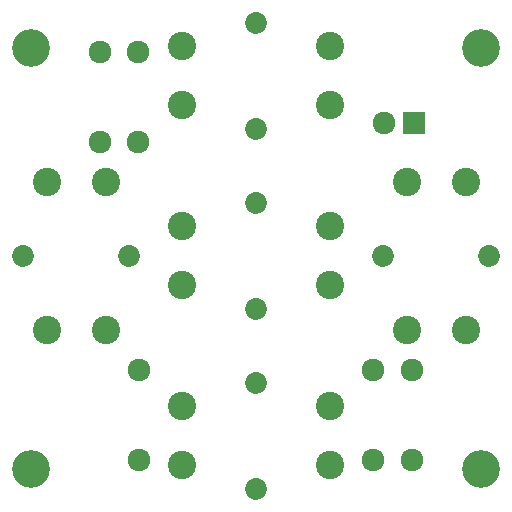
<source format=gbr>
G04 #@! TF.GenerationSoftware,KiCad,Pcbnew,(5.1.10-1-10_14)*
G04 #@! TF.CreationDate,2022-02-23T14:04:16+01:00*
G04 #@! TF.ProjectId,TecladoEB,5465636c-6164-46f4-9542-2e6b69636164,v1.3*
G04 #@! TF.SameCoordinates,PX5f5e100PY8b85c60*
G04 #@! TF.FileFunction,Soldermask,Bot*
G04 #@! TF.FilePolarity,Negative*
%FSLAX46Y46*%
G04 Gerber Fmt 4.6, Leading zero omitted, Abs format (unit mm)*
G04 Created by KiCad (PCBNEW (5.1.10-1-10_14)) date 2022-02-23 14:04:16*
%MOMM*%
%LPD*%
G01*
G04 APERTURE LIST*
%ADD10C,1.925000*%
%ADD11C,1.850200*%
%ADD12C,2.400000*%
%ADD13C,3.199800*%
%ADD14O,1.925000X1.925000*%
%ADD15R,1.925000X1.925000*%
G04 APERTURE END LIST*
D10*
X34036000Y13462000D03*
X34036000Y5842000D03*
X37338000Y5842000D03*
X37338000Y13462000D03*
X14224000Y5842000D03*
X14224000Y13462000D03*
X10922000Y32766000D03*
X10922000Y40386000D03*
X14097000Y32766000D03*
X14097000Y40386000D03*
D11*
X24130000Y27650000D03*
X24130000Y18650000D03*
D12*
X30380000Y20650000D03*
X17880000Y20650000D03*
X30380000Y25650000D03*
X17880000Y25650000D03*
D11*
X43870000Y23150000D03*
X34870000Y23150000D03*
D12*
X36870000Y16900000D03*
X36870000Y29400000D03*
X41870000Y16900000D03*
X41870000Y29400000D03*
D11*
X24130000Y3410000D03*
X24130000Y12410000D03*
D12*
X17880000Y10410000D03*
X30380000Y10410000D03*
X17880000Y5410000D03*
X30380000Y5410000D03*
D11*
X24130000Y42890000D03*
X24130000Y33890000D03*
D12*
X30380000Y35890000D03*
X17880000Y35890000D03*
X30380000Y40890000D03*
X17880000Y40890000D03*
D11*
X4390000Y23150000D03*
X13390000Y23150000D03*
D12*
X11390000Y29400000D03*
X11390000Y16900000D03*
X6390000Y29400000D03*
X6390000Y16900000D03*
D13*
X5080000Y5080000D03*
X43180000Y40700000D03*
X43180000Y5080000D03*
X5080000Y40700000D03*
D14*
X34925000Y34391600D03*
D15*
X37465000Y34391600D03*
M02*

</source>
